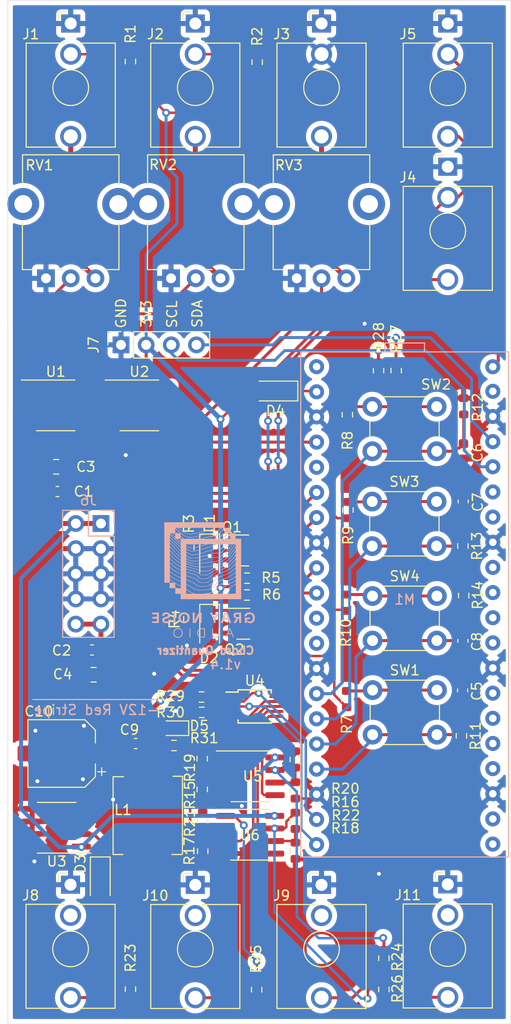
<source format=kicad_pcb>
(kicad_pcb (version 20211014) (generator pcbnew)
  (layers (0 "F.Cu" signal) (31 "B.Cu" signal) (34 "B.Paste" user) (35 "F.Paste" user) (36 "B.SilkS" user "B.Silkscreen") (37 "F.SilkS" user "F.Silkscreen") (38 "B.Mask" user) (39 "F.Mask" user) (44 "Edge.Cuts" user))
  (net 0 "")
  (net 1 "+12V")
  (net 2 "GND")
  (net 3 "-12V")
  (net 4 "+3V3")
  (net 5 "Net-(D1-Pad1)")
  (net 6 "Net-(D2-Pad1)")
  (net 7 "Net-(D3-Pad1)")
  (net 8 "Net-(D4-Pad1)")
  (net 9 "Net-(J1-PadT)")
  (net 10 "Net-(J1-PadTN)")
  (net 11 "Net-(J2-PadT)")
  (net 12 "Net-(J2-PadTN)")
  (net 13 "Net-(J3-PadT)")
  (net 14 "Net-(J4-PadT)")
  (net 15 "defaultClock")
  (net 16 "Net-(J4-PadTN)")
  (net 17 "SDA1")
  (net 18 "SCL1")
  (net 19 "Net-(J8-PadT)")
  (net 21 "Net-(J9-PadT)")
  (net 23 "Net-(J10-PadT)")
  (net 25 "Net-(J11-PadT)")
  (net 27 "SDA0")
  (net 28 "SCL0")
  (net 29 "chordClock")
  (net 30 "melodyClock")
  (net 31 "back")
  (net 32 "select")
  (net 38 "chord")
  (net 39 "octave")
  (net 40 "melody")
  (net 43 "Net-(R7-Pad2)")
  (net 44 "down")
  (net 45 "up")
  (net 46 "Net-(R8-Pad2)")
  (net 47 "Net-(R15-Pad1)")
  (net 48 "Net-(R16-Pad1)")
  (net 49 "Net-(R17-Pad1)")
  (net 50 "Net-(R18-Pad1)")
  (net 51 "Net-(R19-Pad1)")
  (net 52 "Net-(R20-Pad1)")
  (net 53 "Net-(RV1-Pad2)")
  (net 54 "Net-(RV2-Pad2)")
  (net 55 "Net-(RV3-Pad2)")
  (net 56 "Net-(R9-Pad2)")
  (net 57 "Net-(R10-Pad2)")
  (net 58 "Net-(R21-Pad1)")
  (net 65 "VOUTA")
  (net 66 "VOUTB")
  (net 67 "VOUTC")
  (net 68 "VOUTD")
  (net 69 "Net-(D5-Pad2)")
  (net 70 "Net-(R22-Pad1)")
  (net 71 "Net-(U2-Pad1)")
  (footprint "Resistor_SMD:R_0603_1608Metric" (layer "F.Cu") (at 234.04 65.34 -90)
    (fp_text reference "R27")
    (fp_text value "100K")
  )
  (footprint "Connector_Audio:Jack_3.5mm_QingPu_WQP-PJ398SM_Vertical_CircularHoles" (layer "F.Cu") (at 239.25 44.75)
    (fp_text reference "J4")
    (fp_text value "MelodyClock")
  )
  (footprint "Diode_SMD:D_SOD-123" (layer "F.Cu") (at 215.2 91.2 -90)
    (fp_text reference "D2")
    (fp_text value "1N4148")
  )
  (footprint "Connector_Audio:Jack_3.5mm_QingPu_WQP-PJ398SM_Vertical_CircularHoles" (layer "F.Cu") (at 213.75 117.27)
    (fp_text reference "J10")
    (fp_text value "chord1")
  )
  (footprint "Connector_Audio:Jack_3.5mm_QingPu_WQP-PJ398SM_Vertical_CircularHoles" (layer "F.Cu") (at 201.15 117.25)
    (fp_text reference "J8")
    (fp_text value "root")
  )
  (footprint "Resistor_SMD:R_0603_1608Metric" (layer "F.Cu") (at 214.5 113.875 -90)
    (fp_text reference "R17")
    (fp_text value "10K")
  )
  (footprint "Resistor_SMD:R_0603_1608Metric" (layer "F.Cu") (at 220 34.2 -90)
    (fp_text reference "R2")
    (fp_text value "1K")
  )
  (footprint "Package_SO:SOIC-8_3.9x4.9mm_P1.27mm" (layer "F.Cu") (at 219.325 106.305)
    (fp_text reference "U5")
    (fp_text value "LM2904")
  )
  (footprint "Capacitor_SMD:C_0603_1608Metric" (layer "F.Cu") (at 240.75 97.63 90)
    (fp_text reference "C5")
    (fp_text value "10n")
  )
  (footprint "Resistor_SMD:R_0603_1608Metric" (layer "F.Cu") (at 211.6 103.2)
    (fp_text reference "R31")
    (fp_text value "1K")
  )
  (footprint "Resistor_SMD:R_0603_1608Metric" (layer "F.Cu") (at 219.95 127.85 90)
    (fp_text reference "R25")
    (fp_text value "1K")
  )
  (footprint "Capacitor_SMD:CP_Elec_6.3x7.7" (layer "F.Cu") (at 200.25 104 180)
    (fp_text reference "C10")
    (fp_text value "220uF")
  )
  (footprint "Package_SO:SOIC-8_3.9x4.9mm_P1.27mm" (layer "F.Cu") (at 219.275 112.205)
    (fp_text reference "U6")
    (fp_text value "LM2904")
  )
  (footprint "Resistor_SMD:R_0603_1608Metric" (layer "F.Cu") (at 240.63 102.22 -90)
    (fp_text reference "R11")
    (fp_text value "100K")
  )
  (footprint "Connector_PinSocket_2.54mm:PinSocket_1x04_P2.54mm_Vertical" (layer "F.Cu") (at 206.248 62.738 90)
    (fp_text reference "J7")
    (fp_text value "oled")
  )
  (footprint "Capacitor_SMD:C_0603_1608Metric" (layer "F.Cu") (at 240.83 73.49 -90)
    (fp_text reference "C6")
    (fp_text value "10n")
  )
  (footprint "Resistor_SMD:R_0603_1608Metric" (layer "F.Cu") (at 223.85 104.6 -90)
    (fp_text reference "R20")
    (fp_text value "10K")
  )
  (footprint "Resistor_SMD:R_0603_1608Metric" (layer "F.Cu") (at 229.17 79.42 90)
    (fp_text reference "R9")
    (fp_text value "1K")
  )
  (footprint "Capacitor_SMD:C_0805_2012Metric" (layer "F.Cu") (at 199.7 75.05)
    (fp_text reference "C3")
    (fp_text value "10u")
  )
  (footprint "Capacitor_SMD:C_0603_1608Metric" (layer "F.Cu") (at 199.825 77.55)
    (fp_text reference "C1")
    (fp_text value "10n")
  )
  (footprint "Potentiometer_THT:Potentiometer_Alpha_RD901F-40-00D_Single_Vertical_CircularHoles" (layer "F.Cu") (at 211.3 56.017 90)
    (fp_text reference "RV2")
    (fp_text value "Octave")
  )
  (footprint "Resistor_SMD:R_0603_1608Metric" (layer "F.Cu") (at 214.5 110.775 -90)
    (fp_text reference "R21")
    (fp_text value "10K")
  )
  (footprint "Resistor_SMD:R_0603_1608Metric" (layer "F.Cu") (at 240.86 68.94 90)
    (fp_text reference "R12")
    (fp_text value "100K")
  )
  (footprint "Diode_SMD:D_SOD-123" (layer "F.Cu") (at 221.85 67.4 180)
    (fp_text reference "D4")
    (fp_text value "B5819W")
  )
  (footprint "Connector_Audio:Jack_3.5mm_QingPu_WQP-PJ398SM_Vertical_CircularHoles" (layer "F.Cu") (at 226.5 30.288)
    (fp_text reference "J3")
    (fp_text value "MelodyCV")
  )
  (footprint "Capacitor_SMD:C_0603_1608Metric" (layer "F.Cu") (at 207.725 103)
    (fp_text reference "C9")
    (fp_text value "100n")
  )
  (footprint "Resistor_SMD:R_0603_1608Metric" (layer "F.Cu") (at 229.04 98.51 90)
    (fp_text reference "R7")
    (fp_text value "1K")
  )
  (footprint "Resistor_SMD:R_0603_1608Metric" (layer "F.Cu") (at 232.8 127.825 90)
    (fp_text reference "R26")
    (fp_text value "1K")
  )
  (footprint "Resistor_SMD:R_0603_1608Metric" (layer "F.Cu") (at 213.1 83.2 -90)
    (fp_text reference "R3")
    (fp_text value "100K")
  )
  (footprint "Capacitor_SMD:C_0603_1608Metric" (layer "F.Cu") (at 240.78 92.625 -90)
    (fp_text reference "C8")
    (fp_text value "10n")
  )
  (footprint "Diode_SMD:D_0603_1608Metric" (layer "F.Cu") (at 211.6 101.45 180)
    (fp_text reference "D5")
    (fp_text value "LED")
  )
  (footprint "Connector_Audio:Jack_3.5mm_QingPu_WQP-PJ398SM_Vertical_CircularHoles" (layer "F.Cu") (at 201.168 30.288)
    (fp_text reference "J1")
    (fp_text value "ChordCV")
  )
  (footprint "Package_SO:SOIC-8_3.9x4.9mm_P1.27mm" (layer "F.Cu") (at 199.65 68.85)
    (fp_text reference "U1")
    (fp_text value "MCP6002-xSN")
  )
  (footprint "Resistor_SMD:R_0603_1608Metric" (layer "F.Cu") (at 218.975 86.3 180)
    (fp_text reference "R5")
    (fp_text value "10K")
  )
  (footprint "Capacitor_SMD:C_0603_1608Metric" (layer "F.Cu") (at 240.81 78.55 90)
    (fp_text reference "C7")
    (fp_text value "10n")
  )
  (footprint "Package_SO:MSOP-10_3x3mm_P0.5mm" (layer "F.Cu") (at 219.75 99.25)
    (fp_text reference "U4")
    (fp_text value "MCP4728")
  )
  (footprint "Capacitor_SMD:C_0603_1608Metric" (layer "F.Cu") (at 203.325 93.55)
    (fp_text reference "C2")
    (fp_text value "10n")
  )
  (footprint "Resistor_SMD:R_0603_1608Metric" (layer "F.Cu") (at 214.45 104.525 -90)
    (fp_text reference "R19")
    (fp_text value "10K")
  )
  (footprint "Resistor_SMD:R_0603_1608Metric" (layer "F.Cu") (at 218.975 88 180)
    (fp_text reference "R6")
    (fp_text value "10K")
  )
  (footprint "Connector_Audio:Jack_3.5mm_QingPu_WQP-PJ398SM_Vertical_CircularHoles" (layer "F.Cu") (at 239.25 30.288)
    (fp_text reference "J5")
    (fp_text value "ChordClock")
  )
  (footprint "Diode_SMD:D_SOD-123" (layer "F.Cu") (at 204.15 116.7 -90)
    (fp_text reference "D3")
    (fp_text value "B5819W")
  )
  (footprint "Potentiometer_THT:Potentiometer_Alpha_RD901F-40-00D_Single_Vertical_CircularHoles" (layer "F.Cu") (at 224 56.017 90)
    (fp_text reference "RV3")
    (fp_text value "Melody")
  )
  (footprint "Potentiometer_THT:Potentiometer_Alpha_RD901F-40-00D_Single_Vertical_CircularHoles" (layer "F.Cu") (at 198.668 56.017 90)
    (fp_text reference "RV1")
    (fp_text value "Chord")
  )
  (footprint "Diode_SMD:D_SOD-123" (layer "F.Cu") (at 215.2 84.1 -90)
    (fp_text reference "D1")
    (fp_text value "1N4148")
  )
  (footprint "SynthStuff:Inductor_SMD-CY75-68uh" (layer "F.Cu") (at 208.95 110.2 -90)
    (fp_text reference "L1")
    (fp_text value "68uh 2A")
  )
  (footprint "Button_Switch_THT:SW_PUSH_6mm_H13mm" (layer "F.Cu") (at 231.65 88.1)
    (fp_text reference "SW4")
    (fp_text value "Back")
  )
  (footprint "Resistor_SMD:R_0603_1608Metric" (layer "F.Cu") (at 223.85 113.825 -90)
    (fp_text reference "R18")
    (fp_text value "10K")
  )
  (footprint "Resistor_SMD:R_0603_1608Metric" (layer "F.Cu") (at 214.375 98.3 180)
    (fp_text reference "R29")
    (fp_text value "100K")
  )
  (footprint "Capacitor_SMD:C_0805_2012Metric" (layer "F.Cu") (at 203.475 96.05)
    (fp_text reference "C4")
    (fp_text value "10u")
  )
  (footprint "Resistor_SMD:R_0603_1608Metric" (layer "F.Cu") (at 232.26 65.345 -90)
    (fp_text reference "R28")
    (fp_text value "100K")
  )
  (footprint "Resistor_SMD:R_0603_1608Metric" (layer "F.Cu") (at 232.8 124.675 90)
    (fp_text reference "R24")
    (fp_text value "1K")
  )
  (footprint "Resistor_SMD:R_0603_1608Metric" (layer "F.Cu") (at 213.1 90.4 -90)
    (fp_text reference "R4")
    (fp_text value "100K")
  )
  (footprint "Package_SO:SOIC-8_3.9x4.9mm_P1.27mm" (layer "F.Cu") (at 199.75 111.5 180)
    (fp_text reference "U3")
    (fp_text value "XL1509")
  )
  (footprint "Resistor_SMD:R_0603_1608Metric" (layer "F.Cu") (at 223.85 110.8 -90)
    (fp_text reference "R22")
    (fp_text value "10K")
  )
  (footprint "Package_TO_SOT_SMD:SOT-23" (layer "F.Cu") (at 218.5 83.5)
    (fp_text reference "Q1")
    (fp_text value "MMBT3904")
  )
  (footprint "Resistor_SMD:R_0603_1608Metric" (layer "F.Cu") (at 229.11 69.8 90)
    (fp_text reference "R8")
    (fp_text value "1K")
  )
  (footprint "Resistor_SMD:R_0603_1608Metric" (layer "F.Cu") (at 228.94 88.775 90)
    (fp_text reference "R10")
    (fp_text value "1K")
  )
  (footprint "Resistor_SMD:R_0603_1608Metric" (layer "F.Cu") (at 240.86 88.055 90)
    (fp_text reference "R14")
    (fp_text value "100K")
  )
  (footprint "Button_Switch_THT:SW_PUSH_6mm_H13mm" (layer "F.Cu") (at 231.66 97.6)
    (fp_text reference "SW1")
    (fp_text value "Down")
  )
  (footprint "Connector_Audio:Jack_3.5mm_QingPu_WQP-PJ398SM_Vertical_CircularHoles" (layer "F.Cu") (at 213.75 30.288)
    (fp_text reference "J2")
    (fp_text value "OctaveCV")
  )
  (footprint "Resistor_SMD:R_0603_1608Metric" (layer "F.Cu") (at 214.4 99.85 180)
    (fp_text reference "R30")
    (fp_text value "100K")
  )
  (footprint "Resistor_SMD:R_0603_1608Metric" (layer "F.Cu") (at 240.78 83.055 -90)
    (fp_text reference "R13")
    (fp_text value "100K")
  )
  (footprint "Button_Switch_THT:SW_PUSH_6mm_H13mm" (layer "F.Cu") (at 231.62 78.56)
    (fp_text reference "SW3")
    (fp_text value "Select")
  )
  (footprint "Resistor_SMD:R_0603_1608Metric" (layer "F.Cu") (at 223.85 107.725 -90)
    (fp_text reference "R16")
    (fp_text value "10K")
  )
  (footprint "Package_TO_SOT_SMD:SOT-23" (layer "F.Cu") (at 218.6 90.9)
    (fp_text reference "Q2")
    (fp_text value "MMBT3904")
  )
  (footprint "Resistor_SMD:R_0603_1608Metric" (layer "F.Cu") (at 207.2 127.8 90)
    (fp_text reference "R23")
    (fp_text value "1K")
  )
  (footprint "Resistor_SMD:R_0603_1608Metric" (layer "F.Cu") (at 207.2 34.125 -90)
    (fp_text reference "R1")
    (fp_text value "1K")
  )
  (footprint "Button_Switch_THT:SW_PUSH_6mm_H13mm" (layer "F.Cu") (at 231.63 68.98)
    (fp_text reference "SW2")
    (fp_text value "Up")
  )
  (footprint "Resistor_SMD:R_0603_1608Metric" (layer "F.Cu") (at 214.45 107.625 -90)
    (fp_text reference "R15")
    (fp_text value "10K")
  )
  (footprint "Connector_Audio:Jack_3.5mm_QingPu_WQP-PJ398SM_Vertical_CircularHoles" (layer "F.Cu") (at 226.5 117.27)
    (fp_text reference "J9")
    (fp_text value "chord2")
  )
  (footprint "Connector_Audio:Jack_3.5mm_QingPu_WQP-PJ398SM_Vertical_CircularHoles" (layer "F.Cu") (at 239.25 117.22)
    (fp_text reference "J11")
    (fp_text value "melody")
  )
  (footprint "Package_SO:SOIC-8_3.9x4.9mm_P1.27mm" (layer "F.Cu") (at 208.1 68.85)
    (fp_text reference "U2")
    (fp_text value "MCP6002-xSN")
  )
  (footprint "SynthStuff:GrayNoise15mm" (layer "B.Cu") (at 214.5 86.6 180)
    (fp_text reference "G***")
    (fp_text value "LOGO" hide)
  )
  (footprint "Connector_PinHeader_2.54mm:PinHeader_2x05_P2.54mm_Vertical" (layer "B.Cu") (at 204.221 80.777 180)
    (fp_text reference "J6")
    (fp_text value "Conn_02x05_Odd_Even")
  )
  (footprint "SynthStuff:Raspberry_Pi_Pico" (layer "B.Cu") (at 234.9 88.95 180)
    (fp_text reference "M1")
    (fp_text value "RaspberryPiPico")
  )
  (gr_line (start 197.35 98.55) (end 209.7 98.55) (layer "B.SilkS") (width 0.12))
  (gr_line (start 194.818 131.318) (end 245.618 131.318) (layer "Edge.Cuts") (width 0.05))
  (gr_line (start 245.618 27.94) (end 194.818 27.94) (layer "Edge.Cuts") (width 0.05))
  (gr_line (start 194.818 131.318) (end 194.818 27.94) (layer "Edge.Cuts") (width 0.05))
  (gr_line (start 245.618 131.318) (end 245.618 27.94) (layer "Edge.Cuts") (width 0.05))
  (gr_text "-12V Red Stripe" (at 203.75 99.6) (layer "B.SilkS") (effects (font (size 1 1)) (justify mirror)))
  (gr_text "v1.4" (at 216.8 95) (layer "B.SilkS") (effects (font (size 1 1)) (justify mirror)))
  (gr_text "Chord Quantizer" (at 214.8 93.6) (layer "B.SilkS") (effects (font (size 0.8 0.8) (thickness 0.2)) (justify mirror)))
  (gr_text "SDA" (at 213.95 59.6 90) (layer "F.SilkS") (effects (font (size 1 1))))
  (gr_text "SCL\n" (at 211.4 59.65 90) (layer "F.SilkS") (effects (font (size 1 1))))
  (gr_text "3V3\n" (at 208.8 59.6 90) (layer "F.SilkS") (effects (font (size 1 1))))
  (gr_text "GND\n" (at 206.25 59.55 90) (layer "F.SilkS") (effects (font (size 1 1))))
  (segment (start 199.823 80.777) (end 199.823 78.323) (width 0.5) (layer "F.Cu") (net 1))
  (segment (start 201.681 80.777) (end 199.823 80.777) (width 0.5) (layer "F.Cu") (net 1))
  (segment (start 199.05 75.35) (end 198.75 75.05) (width 0.5) (layer "F.Cu") (net 1))
  (segment (start 201.681 80.777) (end 204.221 80.777) (width 0.5) (layer "F.Cu") (net 1))
  (segment (start 199.823 78.323) (end 199.05 77.55) (width 0.5) (layer "F.Cu") (net 1))
  (segment (start 199.05 77.55) (end 199.05 75.35) (width 0.5) (layer "F.Cu") (net 1))
  (via (at 202.25 113.45) (size 0.8) (drill 0.4) (layers "F.Cu" "B.Cu") (net 1))
  (via (at 221.8 104.4) (size 0.8) (drill 0.4) (layers "F.Cu" "B.Cu") (net 1))
  (via (at 221.75 110.3) (size 0.8) (drill 0.4) (layers "F.Cu" "B.Cu") (net 1))
  (segment (start 196.15 109.6) (end 196.15 86.308) (width 0.4) (layer "B.Cu") (net 1))
  (segment (start 200 113.45) (end 196.15 109.6) (width 0.4) (layer "B.Cu") (net 1))
  (segment (start 196.15 86.308) (end 201.681 80.777) (width 0.4) (layer "B.Cu") (net 1))
  (segment (start 202.25 113.45) (end 200 113.45) (width 0.4) (layer "B.Cu") (net 1))
  (segment (start 221.8 104.4) (end 219.7 106.5) (width 0.4) (layer "B.Cu") (net 1))
  (segment (start 205.4 110.3) (end 202.25 113.45) (width 0.4) (layer "B.Cu") (net 1))
  (segment (start 221.75 110.3) (end 219.7 110.3) (width 0.4) (layer "B.Cu") (net 1))
  (segment (start 219.7 110.3) (end 205.4 110.3) (width 0.4) (layer "B.Cu") (net 1))
  (segment (start 219.7 106.5) (end 219.7 110.3) (width 0.4) (layer "B.Cu") (net 1))
  (segment (start 216.8 114.11) (end 215.09 114.11) (width 0.3) (layer "F.Cu") (net 2))
  (segment (start 223.85 108.55) (end 225.57 108.55) (width 0.25) (layer "F.Cu") (net 2))
  (segment (start 215.09 114.11) (end 214.5 114.7) (width 0.3) (layer "F.Cu") (net 2))
  (segment (start 225.57 108.55) (end 226 108.12) (width 0.25) (layer "F.Cu") (net 2))
  (segment (start 223.17 98.25) (end 226 95.42) (width 0.25) (layer "F.Cu") (net 2))
  (segment (start 221.95 98.25) (end 223.17 98.25) (width 0.25) (layer "F.Cu") (net 2))
  (via (at 197.8 106.8) (size 0.8) (drill 0.4) (layers "F.Cu" "B.Cu") (net 2))
  (via (at 232.3 116.15) (size 0.8) (drill 0.4) (layers "F.Cu" "B.Cu") (net 2))
  (via (at 209.6 95.95) (size 0.8) (drill 0.4) (layers "F.Cu" "B.Cu") (net 2))
  (via (at 206.725 73.875) (size 0.8) (drill 0.4) (layers "F.Cu" "B.Cu") (net 2))
  (via (at 202.5 101.2) (size 0.8) (drill 0.4) (layers "F.Cu" "B.Cu") (net 2))
  (via (at 197.6 101.7) (size 0.8) (drill 0.4) (layers "F.Cu" "B.Cu") (net 2))
  (via (at 218.45 109.3) (size 0.8) (drill 0.4) (layers "F.Cu" "B.Cu") (net 2))
  (via (at 197.5 114.9) (size 0.8) (drill 0.4) (layers "F.Cu" "B.Cu") (net 2))
  (via (at 230.85 60.6) (size 0.8) (drill 0.4) (layers "F.Cu" "B.Cu") (net 2))
  (via (at 205.45 108.65) (size 0.8) (drill 0.4) (layers "F.Cu" "B.Cu") (net 2))
  (via (at 212.9 93.1) (size 0.8) (drill 0.4) (layers "F.Cu" "B.Cu") (net 2))
  (via (at 202.4 106.6) (size 0.8) (drill 0.4) (layers "F.Cu" "B.Cu") (net 2))
  (via (at 215.2 84.05) (size 0.8) (drill 0.4) (layers "F.Cu" "B.Cu") (net 2))
  (via (at 211.75 99.7) (size 0.8) (drill 0.4) (layers "F.Cu" "B.Cu") (net 2))
  (segment (start 204.1 95.725) (end 204.425 96.05) (width 0.5) (layer "F.Cu") (net 3))
  (segment (start 204.1 93.55) (end 204.1 95.725) (width 0.5) (layer "F.Cu") (net 3))
  (segment (start 204.221 90.937) (end 204.221 93.429) (width 0.5) (layer "F.Cu") (net 3))
  (segment (start 201.681 90.937) (end 204.221 90.937) (width 0.5) (layer "F.Cu") (net 3))
  (segment (start 215.9 97.5) (end 213.7 97.5) (width 0.25) (layer "F.Cu") (net 4))
  (segment (start 227.79 70.02) (end 228.395 70.625) (width 0.25) (layer "F.Cu") (net 4))
  (segment (start 208.788 66.687) (end 209.046 66.945) (width 0.3) (layer "F.Cu") (net 4))
  (segment (start 213.55 98.3) (end 213.55 99.825) (width 0.25) (layer "F.Cu") (net 4))
  (segment (start 206.95 104.65) (end 208.95 106.65) (width 0.5) (layer "F.Cu") (net 4))
  (segment (start 227.79 94.16) (end 227.79 98.085) (width 0.25) (layer "F.Cu") (net 4))
  (segment (start 207.2 35.7) (end 210.8 39.3) (width 0.25) (layer "F.Cu") (net 4))
  (segment (start 205.6 106.65) (end 202.95 104) (width 0.5) (layer "F.Cu") (net 4))
  (segment (start 234.035 66.17) (end 234.04 66.165) (width 0.3) (layer "F.Cu") (net 4))
  (segment (start 220 36.5) (end 220 35.025) (width 0.25) (layer "F.Cu") (net 4))
  (segment (start 218.15 87.15) (end 218.15 88) (width 0.3) (layer "F.Cu") (net 4))
  (segment (start 218.15 86.3) (end 218.15 87.15) (width 0.3) (layer "F.Cu") (net 4))
  (segment (start 216.45 87.15) (end 216.3 87.3) (width 0.3) (layer "F.Cu") (net 4))
  (segment (start 210.6 98.3) (end 210.225 98.675) (width 0.25) (layer "F.Cu") (net 4))
  (segment (start 200.85 108.05) (end 199.75 109.15) (width 0.5) (layer "F.Cu") (net 4))
  (segment (start 213.7 97.5) (end 213.55 97.65) (width 0.25) (layer "F.Cu") (net 4))
  (segment (start 216.65 98.25) (end 215.9 97.5) (width 0.25) (layer "F.Cu") (net 4))
  (segment (start 228.085 80.245) (end 229.17 80.245) (width 0.25) (layer "F.Cu") (net 4))
  (segment (start 220.2 67.4) (end 219.15 67.4) (width 0.25) (layer "F.Cu") (net 4))
  (segment (start 217.2 39.3) (end 220 36.5) (width 0.25) (layer "F.Cu") (net 4))
  (segment (start 213.55 99.825) (end 213.575 99.85) (width 0.25) (layer "F.Cu") (net 4))
  (segment (start 213.575 102.05) (end 212.425 103.2) (width 0.25) (layer "F.Cu") (net 4))
  (segment (start 229.13 66.17) (end 232.26 66.17) (width 0.25) (layer "F.Cu") (net 4))
  (segment (start 224.79 94.16) (end 227.79 94.16) (width 0.25) (layer "F.Cu") (net 4))
  (segment (start 228.395 70.625) (end 229.11 70.625) (width 0.25) (layer "F.Cu") (net 4))
  (segment (start 204.2 108.05) (end 200.85 108.05) (width 0.5) (layer "F.Cu") (net 4))
  (segment (start 227.79 79.95) (end 227.79 89.49) (width 0.25) (layer "F.Cu") (net 4))
  (segment (start 228.83 89.49) (end 228.94 89.6) (width 0.25) (layer "F.Cu") (net 4))
  (segment (start 199.75 109.15) (end 199.75 110.3) (width 0.5) (layer "F.Cu") (net 4))
  (segment (start 217.55 98.25) (end 216.65 98.25) (width 0.25) (layer "F.Cu") (net 4))
  (segment (start 218.15 87.15) (end 216.45 87.15) (width 0.3) (layer "F.Cu") (net 4))
  (segment (start 206.95 103) (end 206.95 104.65) (width 0.5) (layer "F.Cu") (net 4))
  (segment (start 232.26 66.17) (end 234.035 66.17) (width 0.3) (layer "F.Cu") (net 4))
  (segment (start 227.79 89.49) (end 228.83 89.49) (width 0.25) (layer "F.Cu") (net 4))
  (segment (start 200.315 110.865) (end 202.225 110.865) (width 0.5) (layer "F.Cu") (net 4))
  (segment (start 219.15 67.4) (end 216.3 70.25) (width 0.25) (layer "F.Cu") (net 4))
  (segment (start 208.95 106.65) (end 205.6 106.65) (width 0.5) (layer "F.Cu") (net 4))
  (segment (start 227.79 69.75) (end 227.79 79.95) (width 0.25) (layer "F.Cu") (net 4))
  (segment (start 206.95 101.95) (end 210.225 98.675) (width 0.5) (layer "F.Cu") (net 4))
  (segment (start 210.575 66.945) (end 209.42 66.945) (width 0.3) (layer "F.Cu") (net 4))
  (segment (start 227.79 98.085) (end 229.04 99.335) (width 0.25) (layer "F.Cu") (net 4))
  (segment (start 209.046 66.945) (end 209.42 66.945) (width 0.3) (layer "F.Cu") (net 4))
  (segment (start 227.79 69.75) (end 227.79 70.02) (width 0.25) (layer "F.Cu") (net 4))
  (segment (start 203.58 66.945) (end 205.367 65.158) (width 0.3) (layer "F.Cu") (net 4))
  (segment (start 205.6 106.65) (end 204.2 108.05) (width 0.5) (layer "F.Cu") (net 4))
  (segment (start 222.375 96.575) (end 224.79 94.16) (width 0.25) (layer "F.Cu") (net 4))
  (segment (start 206.95 103) (end 206.95 101.95) (width 0.5) (layer "F.Cu") (net 4))
  (segment (start 207.2 34.95) (end 207.2 35.7) (width 0.25) (layer "F.Cu") (net 4))
  (segment (start 208.788 65.158) (end 208.788 62.738) (width 0.3) (layer "F.Cu") (net 4))
  (segment (start 216.825 96.575) (end 222.375 96.575) (width 0.25) (layer "F.Cu") (net 4))
  (segment (start 205.367 65.158) (end 208.788 65.158) (width 0.3) (layer "F.Cu") (net 4))
  (segment (start 215.9 97.5) (end 216.825 96.575) (width 0.25) (layer "F.Cu") (net 4))
  (segment (start 208.788 66.687) (end 208.788 62.738) (width 0.3) (layer "F.Cu") (net 4))
  (segment (start 213.575 99.85) (end 213.575 102.05) (width 0.25) (layer "F.Cu") (net 4))
  (segment (start 213.55 98.3) (end 210.6 98.3) (width 0.25) (layer "F.Cu") (net 4))
  (segment (start 227.79 79.95) (end 228.085 80.245) (width 0.25) (layer "F.Cu") (net 4))
  (segment (start 210.8 39.3) (end 217.2 39.3) (width 0.25) (layer "F.Cu") (net 4))
  (segment (start 213.55 97.65) (end 213.55 98.3) (width 0.25) (layer "F.Cu") (net 4))
  (segment (start 227.79 89.49) (end 227.79 94.16) (width 0.25) (layer "F.Cu") (net 4))
  (segment (start 202.125 66.945) (end 203.58 66.945) (width 0.3) (layer "F.Cu") (net 4))
  (segment (start 199.75 110.3) (end 200.315 110.865) (width 0.5) (layer "F.Cu") (net 4))
  (segment (start 227.79 69.75) (end 227.79 67.51) (width 0.25) (layer "F.Cu") (net 4))
  (segment (start 227.79 67.51) (end 229.13 66.17) (width 0.25) (layer "F.Cu") (net 4))
  (via (at 216.3 87.3) (size 0.8) (drill 0.4) (layers "F.Cu" "B.Cu") (net 4))
  (via (at 210.8 39.3) (size 0.8) (drill 0.4) (layers "F.Cu" "B.Cu") (net 4))
  (via (at 216.3 70.25) (size 0.8) (drill 0.4) (layers "F.Cu" "B.Cu") (net 4))
  (via (at 210.225 98.675) (size 0.8) (drill 0.4) (layers "F.Cu" "B.Cu") (net 4))
  (segment (start 211.9 50.5) (end 211.9 45.8) (width 0.3) (layer "B.Cu") (net 4))
  (segment (start 216.3 70.25) (end 208.788 62.738) (width 0.5) (layer "B.Cu") (net 4))
  (segment (start 216.3 92.6) (end 216.3 88.5) (width 0.5) (layer "B.Cu") (net 4))
  (segment (start 216.3 88.5) (end 216.3 70.25) (width 0.5) (layer "B.Cu") (net 4))
  (segment (start 216.3 88.5) (end 216.3 87.3) (width 0.5) (layer "B.Cu") (net 4))
  (segment (start 208.788 53.612) (end 211.9 50.5) (width 0.3) (layer "B.Cu") (net 4))
  (segment (start 211.9 45.8) (end 210.8 44.7) (width 0.3) (layer "B.Cu") (net 4))
  (segment (start 208.788 62.738) (end 208.788 53.612) (width 0.3) (layer "B.Cu") (net 4))
  (segment (start 210.8 44.7) (end 210.8 39.3) (width 0.3) (layer "B.Cu") (net 4))
  (segment (start 210.225 98.675) (end 216.3 92.6) (width 0.5) (layer "B.Cu") (net 4))
  (segment (start 217.5625 82.55) (end 215.3 82.55) (width 0.3) (layer "F.Cu") (net 5))
  (segment (start 215.2 82.45) (end 213.175 82.45) (width 0.3) (layer "F.Cu") (net 5))
  (segment (start 213.1 89.575) (end 215.175 89.575) (width 0.3) (layer "F.Cu") (net 6))
  (segment (start 217.2625 89.55) (end 217.6625 89.95) (width 0.3) (layer "F.Cu") (net 6))
  (segment (start 215.2 89.55) (end 217.2625 89.55) (width 0.3) (layer "F.Cu") (net 6))
  (segment (start 204.15 112.9) (end 204.15 115.05) (width 0.3) (layer "F.Cu") (net 7))
  (segment (start 207.65 115.05) (end 208.95 113.75) (width 0.25) (layer "F.Cu") (net 7))
  (segment (start 204.15 115.05) (end 207.65 115.05) (width 0.25) (layer "F.Cu") (net 7))
  (segment (start 204.2 112.85) (end 204.15 112.9) (width 0.3) (layer "F.Cu") (net 7))
  (segment (start 203.485 112.135) (end 204.2 112.85) (width 0.3) (layer "F.Cu") (net 7))
  (segment (start 202.225 112.135) (end 203.485 112.135) (width 0.3) (layer "F.Cu") (net 7))
  (segment (start 223.5 67.4) (end 225.92 67.4) (width 0.25) (layer "F.Cu") (net 8))
  (segment (start 201.168 53.517) (end 203.668 56.017) (width 0.5) (layer "F.Cu") (net 9))
  (segment (start 201.168 41.688) (end 201.168 53.517) (width 0.5) (layer "F.Cu") (net 9))
  (segment (start 207.112 33.388) (end 201.168 33.388) (width 0.25) (layer "F.Cu") (net 10))
  (segment (start 213.75 53.467) (end 216.3 56.017) (width 0.5) (layer "F.Cu") (net 11))
  (segment (start 213.75 41.688) (end 213.75 53.467) (width 0.5) (layer "F.Cu") (net 11))
  (segment (start 219.987 33.388) (end 213.75 33.388) (width 0.25) (layer "F.Cu") (net 12))
  (segment (start 226.5 53.517) (end 229 56.017) (width 0.5) (layer "F.Cu") (net 13))
  (segment (start 226.5 41.688) (end 226.5 53.517) (width 0.5) (layer "F.Cu") (net 13))
  (segment (start 212.08 83.005) (end 212.08 81.27) (width 0.3) (layer "F.Cu") (net 14))
  (segment (start 239.25 56.15) (end 231.657106 56.15) (width 0.3) (layer "F.Cu") (net 14))
  (segment (start 213.1 84.025) (end 212.08 83.005) (width 0.3) (layer "F.Cu") (net 14))
  (segment (start 231.657106 56.15) (end 223.903553 63.903553) (width 0.3) (layer "F.Cu") (net 14))
  (segment (start 223.903553 63.903553) (end 222.13 65.677106) (width 0.3) (layer "F.Cu") (net 14))
  (segment (start 214.82 78.53) (end 219.28 78.53) (width 0.3) (layer "F.Cu") (net 14))
  (segment (start 222.12 75.69) (end 222.12 74.43) (width 0.3) (layer "F.Cu") (net 14))
  (segment (start 219.28 78.53) (end 222.12 75.69) (width 0.3) (layer "F.Cu") (net 14))
  (segment (start 222.13 65.677106) (end 222.13 70.39) (width 0.3) (layer "F.Cu") (net 14))
  (segment (start 212.08 81.27) (end 214.82 78.53) (width 0.3) (layer "F.Cu") (net 14))
  (via (at 222.12 74.43) (size 0.8) (drill 0.4) (layers "F.Cu" "B.Cu") (net 14))
  (via (at 222.13 70.39) (size 0.8) (drill 0.4) (layers "F.Cu" "B.Cu") (net 14))
  (segment (start 222.13 74.42) (end 222.12 74.43) (width 0.3) (layer "B.Cu") (net 14))
  (segment (start 222.13 70.39) (end 222.13 74.42) (width 0.3) (layer "B.Cu") (net 14))
  (segment (start 244.348 64.412) (end 244.348 38.486) (width 0.3) (layer "F.Cu") (net 15))
  (segment (start 244.338 64.412) (end 243.8 64.95) (width 0.25) (layer "F.Cu") (net 15))
  (segment (start 244.348 64.412) (end 244.338 64.412) (width 0.25) (layer "F.Cu") (net 15))
  (segment (start 244.348 38.486) (end 239.25 33.388) (width 0.3) (layer "F.Cu") (net 15))
  (segment (start 241.3 46.8) (end 240.25 47.85) (width 0.3) (layer "F.Cu") (net 16))
  (segment (start 219.07 77.73) (end 221.11 75.69) (width 0.3) (layer "F.Cu") (net 16))
  (segment (start 241.3 42.65) (end 241.3 46.8) (width 0.3) (layer "F.Cu") (net 16))
  (segment (start 214.29 77.73) (end 219.07 77.73) (width 0.3) (layer "F.Cu") (net 16))
  (segment (start 213.1 91.225) (end 211.58 89.705) (width 0.3) (layer "F.Cu") (net 16))
  (segment (start 237.595308 49.504692) (end 239.25 47.85) (width 0.3) (layer "F.Cu") (net 16))
  (segment (start 211.58 80.44) (end 214.29 77.73) (width 0.3) (layer "F.Cu") (net 16))
  (segment (start 211.58 89.705) (end 211.58 80.44) (width 0.3) (layer "F.Cu") (net 16))
  (segment (start 237.595308 49.504692) (end 221.1 66) (width 0.3) (layer "F.Cu") (net 16))
  (segment (start 240.338 41.688) (end 241.3 42.65) (width 0.3) (layer "F.Cu") (net 16))
  (segment (start 221.1 66) (end 221.1 70.43) (width 0.3) (layer "F.Cu") (net 16))
  (segment (start 221.11 75.69) (end 221.11 74.51) (width 0.3) (layer "F.Cu") (net 16))
  (segment (start 239.25 41.688) (end 240.338 41.688) (width 0.3) (layer "F.Cu") (net 16))
  (segment (start 240.25 47.85) (end 239.25 47.85) (width 0.3) (layer "F.Cu") (net 16))
  (via (at 221.1 70.43) (size 0.8) (drill 0.4) (layers "F.Cu" "B.Cu") (net 16))
  (via (at 221.11 74.51) (size 0.8) (drill 0.4) (layers "F.Cu" "B.Cu") (net 16))
  (segment (start 221.1 74.5) (end 221.11 74.51) (width 0.3) (layer "B.Cu") (net 16))
  (segment (start 221.1 70.43) (end 221.1 74.5) (width 0.3) (layer "B.Cu") (net 16))
  (segment (start 234.02 64.495) (end 234.04 64.515) (width 0.3) (layer "F.Cu") (net 17))
  (segment (start 234.02 62) (end 234.02 64.495) (width 0.3) (layer "F.Cu") (net 17))
  (via (at 234.02 62) (size 0.8) (drill 0.4) (layers "F.Cu" "B.Cu") (net 17))
  (segment (start 213.868 62.738) (end 221.612 62.738) (width 0.3) (layer "B.Cu") (net 17))
  (segment (start 241.66 70.37) (end 243.8 72.51) (width 0.3) (layer "B.Cu") (net 17))
  (segment (start 241.66 66.18) (end 241.66 70.37) (width 0.3) (layer "B.Cu") (net 17))
  (segment (start 221.612 62.738) (end 222.35 62) (width 0.3) (layer "B.Cu") (net 17))
  (segment (start 222.35 62) (end 234.02 62) (width 0.3) (layer "B.Cu") (net 17))
  (segment (start 237.48 62) (end 241.66 66.18) (width 0.3) (layer "B.Cu") (net 17))
  (segment (start 234.02 62) (end 237.48 62) (width 0.3) (layer "B.Cu") (net 17))
  (segment (start 232.25 63.32) (end 232.25 64.51) (width 0.3) (layer "F.Cu") (net 18))
  (segment (start 232.25 64.51) (end 232.26 64.52) (width 0.3) (layer "F.Cu") (net 18))
  (via (at 232.25 63.32) (size 0.8) (drill 0.4) (layers "F.Cu" "B.Cu") (net 18))
  (segment (start 232.25 63.32) (end 237.04 63.32) (width 0.3) (layer "B.Cu") (net 18))
  (segment (start 211.328 63.578) (end 212.05 64.3) (width 0.3) (layer "B.Cu") (net 18))
  (segment (start 221.79 64.3) (end 222.77 63.32) (width 0.3) (layer "B.Cu") (net 18))
  (segment (start 211.328 62.738) (end 211.328 63.578) (width 0.3) (layer "B.Cu") (net 18))
  (segment (start 240.92 67.2) (end 240.92 73.36) (width 0.3) (layer "B.Cu") (net 18))
  (segment (start 237.04 63.32) (end 240.92 67.2) (width 0.3) (layer "B.Cu") (net 18))
  (segment (start 242.57 75.05) (end 243.8 75.05) (width 0.3) (layer "B.Cu") (net 18))
  (segment (start 240.92 73.36) (end 240.9 73.38) (width 0.3) (layer "B.Cu") (net 18))
  (segment (start 212.05 64.3) (end 221.79 64.3) (width 0.3) (layer "B.Cu") (net 18))
  (segment (start 240.9 73.38) (end 242.57 75.05) (width 0.3) (layer "B.Cu") (net 18))
  (segment (start 222.77 63.32) (end 232.25 63.32) (width 0.3) (layer "B.Cu") (net 18))
  (segment (start 201.15 128.65) (end 207.175 128.65) (width 0.3) (layer "F.Cu") (net 19))
  (segment (start 229.63 128.67) (end 226.5 128.67) (width 0.3) (layer "F.Cu") (net 21))
  (segment (start 232.8 125.5) (end 229.63 128.67) (width 0.3) (layer "F.Cu") (net 21))
  (segment (start 213.75 128.67) (end 219.945 128.67) (width 0.3) (layer "F.Cu") (net 23))
  (segment (start 232.8 128.65) (end 232.83 128.62) (width 0.3) (layer "F.Cu") (net 25))
  (segment (start 232.83 128.62) (end 239.25 128.62) (width 0.3) (layer "F.Cu") (net 25))
  (segment (start 217.55 99.25) (end 215.825 99.25) (width 0.25) (layer "F.Cu") (net 27))
  (segment (start 217.55 99.25) (end 219.2 99.25) (width 0.25) (layer "F.Cu") (net 27))
  (segment (start 215.825 99.25) (end 215.225 99.85) (width 0.25) (layer "F.Cu") (net 27))
  (via (at 219.2 99.25) (size 0.8) (drill 0.4) (layers "F.Cu" "B.Cu") (net 27))
  (segment (start 220.775 99.275) (end 220.75 99.25) (width 0.25) (layer "B.Cu") (net 27))
  (segment (start 224.45 102.95) (end 220.775 99.275) (width 0.25) (layer "B.Cu") (net 27))
  (segment (start 224.45 103.3) (end 224.45 102.95) (width 0.25) (layer "B.Cu") (net 27))
  (segment (start 220.75 99.25) (end 219.2 99.25) (width 0.25) (layer "B.Cu") (net 27))
  (segment (start 224.45 111.65) (end 224.45 103.3) (width 0.25) (layer "B.Cu") (net 27))
  (segment (start 226 113.2) (end 224.45 111.65) (width 0.25) (layer "B.Cu") (net 27))
  (segment (start 218.65 98.75) (end 219.5 97.9) (width 0.25) (layer "F.Cu") (net 28))
  (segment (start 217.55 98.75) (end 218.65 98.75) (width 0.25) (layer "F.Cu") (net 28))
  (segment (start 215.2 98.3) (end 215.65 98.75) (width 0.25) (layer "F.Cu") (net 28))
  (segment (start 219.5 97.9) (end 220.15 97.9) (width 0.25) (layer "F.Cu") (net 28))
  (segment (start 215.65 98.75) (end 217.55 98.75) (width 0.25) (layer "F.Cu") (net 28))
  (via (at 220.15 97.9) (size 0.8) (drill 0.4) (layers "F.Cu" "B.Cu") (net 28))
  (segment (start 226 110.66) (end 224.913 109.573) (width 0.25) (layer "B.Cu") (net 28))
  (segment (start 224.913 109.573) (end 224.913 102.663) (width 0.25) (layer "B.Cu") (net 28))
  (segment (start 224.913 102.663) (end 220.15 97.9) (width 0.25) (layer "B.Cu") (net 28))
  (segment (start 223.52 82.66) (end 223.52 85.6) (width 0.3) (layer "F.Cu") (net 29))
  (segment (start 219.5375 90.9) (end 219.5375 88.2625) (width 0.3) (layer "F.Cu") (net 29))
  (segment (start 221.12 88) (end 219.8 88) (width 0.3) (layer "F.Cu") (net 29))
  (segment (start 219.5375 88.2625) (end 219.8 88) (width 0.3) (layer "F.Cu") (net 29))
  (segment (start 223.52 85.6) (end 221.12 88) (width 0.3) (layer "F.Cu") (net 29))
  (segment (start 226 80.18) (end 223.52 82.66) (width 0.3) (layer "F.Cu") (net 29))
  (segment (start 219.4375 83.5) (end 220.64 83.5) (width 0.3) (layer "F.Cu") (net 30))
  (segment (start 220.64 83.5) (end 223.97 80.17) (width 0.3) (layer "F.Cu") (net 30))
  (segment (start 220.39 86.3) (end 219.8 86.3) (width 0.3) (layer "F.Cu") (net 30))
  (segment (start 221.06 85.63) (end 220.39 86.3) (width 0.3) (layer "F.Cu") (net 30))
  (segment (start 223.97 79.67) (end 226 77.64) (width 0.3) (layer "F.Cu") (net 30))
  (segment (start 221.06 83.92) (end 221.06 85.63) (width 0.3) (layer "F.Cu") (net 30))
  (segment (start 223.97 80.17) (end 223.97 79.67) (width 0.3) (layer "F.Cu") (net 30))
  (segment (start 220.64 83.5) (end 221.06 83.92) (width 0.3) (layer "F.Cu") (net 30))
  (segment (start 240.03 92.6) (end 240.78 91.85) (width 0.3) (layer "F.Cu") (net 31))
  (segment (start 238.15 92.6) (end 231.65 92.6) (width 0.3) (layer "F.Cu") (net 31))
  (segment (start 238.15 92.6) (end 240.03 92.6) (width 0.3) (layer "F.Cu") (net 31))
  (segment (start 240.78 91.85) (end 240.78 88.96) (width 0.3) (layer "F.Cu") (net 31))
  (segment (start 240.78 88.96) (end 240.86 88.88) (width 0.3) (layer "F.Cu") (net 31))
  (segment (start 227.89 103.06) (end 227.87 103.04) (width 0.3) (layer "B.Cu") (net 31))
  (segment (start 229.98 100.97) (end 227.89 103.06) (width 0.3) (layer "B.Cu") (net 31))
  (segment (start 229.98 94.27) (end 229.98 100.97) (width 0.3) (layer "B.Cu") (net 31))
  (segment (start 231.65 92.6) (end 229.98 94.27) (width 0.3) (layer "B.Cu") (net 31))
  (segment (start 227.87 103.04) (end 226 103.04) (width 0.3) (layer "B.Cu") (net 31))
  (segment (start 240.78 82.23) (end 239.95 83.06) (width 0.3) (layer "F.Cu") (net 32))
  (segment (start 240.81 82.2) (end 240.78 82.23) (width 0.3) (layer "F.Cu") (net 32))
  (segment (start 239.95 83.06) (end 238.12 83.06) (width 0.3) (layer "F.Cu") (net 32))
  (segment (start 231.62 83.06) (end 238.12 83.06) (width 0.3) (layer "F.Cu") (net 32))
  (segment (start 240.81 79.325) (end 240.81 82.2) (width 0.3) (layer "F.Cu") (net 32))
  (segment (start 231.62 83.06) (end 229.35 85.33) (width 0.3) (layer "B.Cu") (net 32))
  (segment (start 227.95 100.5) (end 226 100.5) (width 0.3) (layer "B.Cu") (net 32))
  (segment (start 229.35 99.1) (end 227.95 100.5) (width 0.3) (layer "B.Cu") (net 32))
  (segment (start 229.35 85.33) (end 229.35 99.1) (width 0.3) (layer "B.Cu") (net 32))
  (segment (start 212.4 96.1) (end 208.8 92.5) (width 0.3) (layer "F.Cu") (net 38))
  (segment (start 198.65 70.090396) (end 198.65 67.925) (width 0.3) (layer "F.Cu") (net 38))
  (segment (start 223 89.2) (end 223 92.6) (width 0.3) (layer "F.Cu") (net 38))
  (segment (start 224.4 87.8) (end 223 89.2) (width 0.3) (layer "F.Cu") (net 38))
  (segment (start 198.47 66.945) (end 198.65 67.125) (width 0.3) (layer "F.Cu") (net 38))
  (segment (start 198.65 67.125) (end 198.65 67.925) (width 0.3) (layer "F.Cu") (net 38))
  (segment (start 208.8 92.5) (end 208.8 80.240396) (width 0.3) (layer "F.Cu") (net 38))
  (segment (start 219.5 96.1) (end 212.4 96.1) (width 0.3) (layer "F.Cu") (net 38))
  (segment (start 198.36 68.215) (end 197.175 68.215) (width 0.3) (layer "F.Cu") (net 38))
  (segment (start 198.65 67.925) (end 198.36 68.215) (width 0.3) (layer "F.Cu") (net 38))
  (segment (start 197.175 66.945) (end 198.47 66.945) (width 0.3) (layer "F.Cu") (net 38))
  (segment (start 223 92.6) (end 219.5 96.1) (width 0.3) (layer "F.Cu") (net 38))
  (segment (start 226 87.8) (end 224.4 87.8) (width 0.3) (layer "F.Cu") (net 38))
  (segment (start 208.8 80.240396) (end 198.65 70.090396) (width 0.3) (layer "F.Cu") (net 38))
  (segment (start 200.4 68.35) (end 200.535 68.215) (width 0.3) (layer "F.Cu") (net 39))
  (segment (start 219.292894 95.6) (end 212.7 95.6) (width 0.3) (layer "F.Cu") (net 39))
  (segment (start 200.585 69.485) (end 200.4 69.3) (width 0.3) (layer "F.Cu") (net 39))
  (segment (start 222.5 89.2) (end 222.5 89) (width 0.3) (layer "F.Cu") (net 39))
  (segment (start 203.825 74.425) (end 203.825 70.35) (width 0.3) (layer "F.Cu") (net 39))
  (segment (start 200.535 68.215) (end 202.125 68.215) (width 0.3) (layer "F.Cu") (net 39))
  (segment (start 203.825 70.35) (end 203.1 69.625) (width 0.3) (layer "F.Cu") (net 39))
  (segment (start 222.5 89.2) (end 222.5 88.76) (width 0.3) (layer "F.Cu") (net 39))
  (segment (start 222.5 89) (end 222.5 88.76) (width 0.25) (layer "F.Cu") (net 39))
  (segment (start 209.4 80) (end 203.825 74.425) (width 0.3) (layer "F.Cu") (net 39))
  (segment (start 222.5 92.392894) (end 219.292894 95.6) (width 0.3) (layer "F.Cu") (net 39))
  (segment (start 200.4 69.3) (end 200.4 68.35) (width 0.3) (layer "F.Cu") (net 39))
  (segment (start 212.7 95.6) (end 209.4 92.3) (width 0.3) (layer "F.Cu") (net 39))
  (segment (start 222.5 88.76) (end 226 85.26) (width 0.3) (layer "F.Cu") (net 39))
  (segment (start 209.4 92.3) (end 209.4 80) (width 0.3) (layer "F.Cu") (net 39))
  (segment (start 222.5 89.2) (end 222.5 92.392894) (width 0.3) (layer "F.Cu") (net 39))
  (segment (start 202.125 69.485) (end 200.585 69.485) (width 0.3) (layer "F.Cu") (net 39))
  (segment (start 208.68 71.89) (end 209.35 72.56) (width 0.3) (layer "F.Cu") (net 40))
  (segment (start 210.575 69.485) (end 209.415 69.485) (width 0.3) (layer "F.Cu") (net 40))
  (segment (start 209.35 72.56) (end 226 72.56) (width 0.3) (layer "F.Cu") (net 40))
  (segment (start 210.59 69.5) (end 210.575 69.485) (width 0.3) (layer "F.Cu") (net 40))
  (segment (start 211.625 69.5) (end 210.59 69.5) (width 0.3) (layer "F.Cu") (net 40))
  (segment (start 211.925 69.2) (end 211.625 69.5) (width 0.3) (layer "F.Cu") (net 40))
  (segment (start 208.68 70.22) (end 208.68 71.89) (width 0.3) (layer "F.Cu") (net 40))
  (segment (start 210.575 68.215) (end 211.39 68.215) (width 0.3) (layer "F.Cu") (net 40))
  (segment (start 211.39 68.215) (end 211.925 68.75) (width 0.3) (layer "F.Cu") (net 40))
  (segment (start 209.415 69.485) (end 208.68 70.22) (width 0.3) (layer "F.Cu") (net 40))
  (segment (start 211.925 68.75) (end 211.925 69.2) (width 0.3) (layer "F.Cu") (net 40))
  (segment (start 231.575 97.685) (end 231.66 97.6) (width 0.3) (layer "F.Cu") (net 43))
  (segment (start 231.66 97.6) (end 238.16 97.6) (width 0.3) (layer "F.Cu") (net 43))
  (segment (start 229.04 97.685) (end 231.575 97.685) (width 0.3) (layer "F.Cu") (net 43))
  (segment (start 231.655 97.685) (end 231.66 97.68) (width 0.3) (layer "F.Cu") (net 43))
  (segment (start 240.1625 101.8625) (end 240.63 101.395) (width 0.3) (layer "F.Cu") (net 44))
  (segment (start 239.925 102.1) (end 240.1625 101.8625) (width 0.3) (layer "F.Cu") (net 44))
  (segment (start 240.75 101.275) (end 240.63 101.395) (width 0.3) (layer "F.Cu") (net 44))
  (segment (start 238.16 102.1) (end 239.925 102.1) (width 0.3) (layer "F.Cu") (net 44))
  (segment (start 231.66 102.1) (end 238.16 102.1) (width 0.3) (layer "F.Cu") (net 44))
  (segment (start 240.75 98.405) (end 240.75 101.275) (width 0.3) (layer "F.Cu") (net 44))
  (segment (start 231.66 102.54) (end 231.66 102.1) (width 0.3) (layer "B.Cu") (net 44))
  (segment (start 228.62 105.58) (end 231.66 102.54) (width 0.3) (layer "B.Cu") (net 44))
  (segment (start 226 105.58) (end 228.62 105.58) (width 0.3) (layer "B.Cu") (net 44))
  (segment (start 240.86 69.765) (end 240.86 72.685) (width 0.3) (layer "F.Cu") (net 45))
  (segment (start 240.86 72.685) (end 240.83 72.715) (width 0.3) (layer "F.Cu") (net 45))
  (segment (start 240.83 72.715) (end 240.065 73.48) (width 0.3) (layer "F.Cu") (net 45))
  (segment (start 240.065 73.48) (end 238.13 73.48) (width 0.3) (layer "F.Cu") (net 45))
  (segment (start 231.63 73.48) (end 238.13 73.48) (width 0.3) (layer "F.Cu") (net 45))
  (segment (start 227.47 97.96) (end 226 97.96) (width 0.3) (layer "B.Cu") (net 45))
  (segment (start 228.6 96.83) (end 227.47 97.96) (width 0.3) (layer "B.Cu") (net 45))
  (segment (start 231.63 73.48) (end 228.6 76.51) (width 0.3) (layer "B.Cu") (net 45))
  (segment (start 228.6 76.51) (end 228.6 96.83) (width 0.3) (layer "B.Cu") (net 45))
  (segment (start 231.63 68.98) (end 238.13 68.98) (width 0.3) (layer "F.Cu") (net 46))
  (segment (start 229.11 68.975) (end 231.625 68.975) (width 0.3) (layer "F.Cu") (net 46))
  (segment (start 231.625 68.975) (end 231.63 68.98) (width 0.3) (layer "F.Cu") (net 46))
  (segment (start 214.77 105.67) (end 214.45 105.35) (width 0.25) (layer "F.Cu") (net 47))
  (segment (start 214.45 106.8) (end 214.45 105.35) (width 0.25) (layer "F.Cu") (net 47))
  (segment (start 216.85 105.67) (end 214.77 105.67) (width 0.25) (layer "F.Cu") (net 47))
  (segment (start 223.85 106.9) (end 223.85 105.425) (width 0.25) (layer "F.Cu") (net 48))
  (segment (start 221.8 106.94) (end 223.81 106.94) (width 0.25) (layer "F.Cu") (net 48))
  (segment (start 223.81 106.94) (end 223.85 106.9) (width 0.25) (layer "F.Cu") (net 48))
  (segment (start 216.8 111.57) (end 214.53 111.57) (width 0.25) (layer "F.Cu") (net 49))
  (segment (start 214.5 111.6) (end 214.5 113.05) (width 0.25) (layer "F.Cu") (net 49))
  (segment (start 214.53 111.57) (end 214.5 111.6) (width 0.25) (layer "F.Cu") (net 49))
  (segment (start 223.69 112.84) (end 223.85 113) (width 0.25) (layer "F.Cu") (net 50))
  (segment (start 223.85 111.625) (end 223.85 113) (width 0.25) (layer "F.Cu") (net 50))
  (segment (start 221.75 112.84) (end 223.69 112.84) (width 0.25) (layer "F.Cu") (net 50))
  (segment (start 216.85 104.4) (end 215.15 104.4) (width 0.25) (layer "F.Cu") (net 51))
  (segment (start 215.15 104.4) (end 214.45 103.7) (width 0.25) (layer "F.Cu") (net 51))
  (segment (start 213.225 114.875) (end 213.225 104.925) (width 0.25) (layer "F.Cu") (net 51))
  (segment (start 213.225 104.925) (end 214.45 103.7) (width 0.25) (layer "F.Cu") (net 51))
  (segment (start 208.85 116.9) (end 211.2 116.9) (width 0.25) (layer "F.Cu") (net 51))
  (segment (start 211.2 116.9) (end 213.225 114.875) (width 0.25) (layer "F.Cu") (net 51))
  (segment (start 207.2 126.975) (end 207.2 118.55) (width 0.25) (layer "F.Cu") (net 51))
  (segment (start 207.2 118.55) (end 208.85 116.9) (width 0.25) (layer "F.Cu") (net 51))
  (segment (start 222.33 105.67) (end 223.85 104.15) (width 0.25) (layer "F.Cu") (net 52))
  (segment (start 223.85 104.15) (end 223.85 103.775) (width 0.25) (layer "F.Cu") (net 52))
  (segment (start 232.8 123.85) (end 232.8 122.7) (width 0.3) (layer "F.Cu") (net 52))
  (segment (start 221.8 105.67) (end 222.33 105.67) (width 0.25) (layer "F.Cu") (net 52))
  (segment (start 232.8 122.7) (end 232.725 122.625) (width 0.3) (layer "F.Cu") (net 52))
  (via (at 232.725 122.625) (size 0.8) (drill 0.4) (layers "F.Cu" "B.Cu") (net 52))
  (via (at 221.8 105.67) (size 0.8) (drill 0.4) (layers "F.Cu" "B.Cu") (net 52))
  (segment (start 224 120.45) (end 226.2 122.65) (width 0.25) (layer "B.Cu") (net 52))
  (segment (start 224 107.87) (end 224 120.45) (width 0.25) (layer "B.Cu") (net 52))
  (segment (start 226.2 122.65) (end 232.7 122.65) (width 0.25) (layer "B.Cu") (net 52))
  (segment (start 221.8 105.67) (end 224 107.87) (width 0.25) (layer "B.Cu") (net 52))
  (segment (start 201.168 56.017) (end 195.675 61.51) (width 0.3) (layer "F.Cu") (net 53))
  (segment (start 195.675 69) (end 196.2 69.525) (width 0.3) (layer "F.Cu") (net 53))
  (segment (start 195.675 61.51) (end 195.675 69) (width 0.3) (layer "F.Cu") (net 53))
  (segment (start 199.8 69.625) (end 199.8 65.8) (width 0.3) (layer "F.Cu") (net 54))
  (segment (start 206 59.6) (end 210.217 59.6) (width 0.3) (layer "F.Cu") (net 54))
  (segment (start 199.8 65.8) (end 206 59.6) (width 0.3) (layer "F.Cu") (net 54))
  (segment (start 202.125 70.755) (end 200.93 70.755) (width 0.3) (layer "F.Cu") (net 54))
  (segment (start 200.93 70.755) (end 199.8 69.625) (width 0.3) (layer "F.Cu") (net 54))
  (segment (start 210.217 59.6) (end 213.8 56.017) (width 0.3) (layer "F.Cu") (net 54))
  (segment (start 226.5 56.017) (end 226.5 58.2) (width 0.3) (layer "F.Cu") (net 55))
  (segment (start 226.5 58.2) (end 213.945 70.755) (width 0.3) (layer "F.Cu") (net 55))
  (segment (start 213.945 70.755) (end 210.575 70.755) (width 0.3) (layer "F.Cu") (net 55))
  (segment (start 229.17 78.595) (end 231.585 78.595) (width 0.3) (layer "F.Cu") (net 56))
  (segment (start 231.62 78.56) (end 238.12 78.56) (width 0.3) (layer "F.Cu") (net 56))
  (segment (start 231.585 78.595) (end 231.62 78.56) (width 0.3) (layer "F.Cu") (net 56))
  (segment (start 238.15 88.1) (end 231.65 88.1) (width 0.3) (layer "F.Cu") (net 57))
  (segment (start 228.94 87.95) (end 231.5 87.95) (width 0.3) (layer "F.Cu") (net 57))
  (segment (start 231.5 87.95) (end 231.65 88.1) (width 0.3) (layer "F.Cu") (net 57))
  (segment (start 214.85 110.3) (end 214.5 109.95) (width 0.25) (layer "F.Cu") (net 58))
  (segment (start 216.8 110.3) (end 214.85 110.3) (width 0.25) (layer "F.Cu") (net 58))
  (segment (start 216.8 110.3) (end 217.7 110.3) (width 0.25) (layer "F.Cu") (net 58))
  (segment (start 217.7 110.3) (end 218.65 111.25) (width 0.25) (layer "F.Cu") (net 58))
  (segment (start 219.95 125) (end 219.95 127.025) (width 0.25) (layer "F.Cu") (net 58))
  (via (at 219.95 125) (size 0.8) (drill 0.4) (layers "F.Cu" "B.Cu") (net 58))
  (via (at 218.65 111.25) (size 0.8) (drill 0.4) (layers "F.Cu" "B.Cu") (net 58))
  (segment (start 218.65 123.7) (end 219.95 125) (width 0.25) (layer "B.Cu") (net 58))
  (segment (start 218.65 111.25) (end 218.65 123.7) (width 0.25) (layer "B.Cu") (net 58))
  (segment (start 221.2 100.25) (end 220.5 100.95) (width 0.25) (layer "F.Cu") (net 65))
  (segment (start 220.71 108.21) (end 221.8 108.21) (width 0.25) (layer "F.Cu") (net 65))
  (segment (start 220.5 108) (end 220.71 108.21) (width 0.25) (layer "F.Cu") (net 65))
  (segment (start 220.5 100.95) (end 220.5 108) (width 0.25) (layer "F.Cu") (net 65))
  (segment (start 221.95 100.25) (end 221.2 100.25) (width 0.25) (layer "F.Cu") (net 65))
  (segment (start 221 99.75) (end 220.05 100.7) (width 0.25) (layer "F.Cu") (net 66))
  (segment (start 220.05 113.65) (end 220.51 114.11) (width 0.25) (layer "F.Cu") (net 66))
  (segment (start 220.51 114.11) (end 221.75 114.11) (width 0.25) (layer "F.Cu") (net 66))
  (segment (start 220.05 100.7) (end 220.05 113.65) (width 0.25) (layer "F.Cu") (net 66))
  (segment (start 221.95 99.75) (end 221 99.75) (width 0.25) (layer "F.Cu") (net 66))
  (segment (start 218.31 112.84) (end 216.8 112.84) (width 0.25) (layer "F.Cu") (net 67))
  (segment (start 219.6 111.55) (end 218.31 112.84) (width 0.25) (layer "F.Cu") (net 67))
  (segment (start 220.863604 99.25) (end 219.6 100.513604) (width 0.25) (layer "F.Cu") (net 67))
  (segment (start 221.95 99.25) (end 220.863604 99.25) (width 0.25) (layer "F.Cu") (net 67))
  (segment (start 219.6 100.513604) (end 219.6 111.55) (width 0.25) (layer "F.Cu") (net 67))
  (segment (start 219.15 106.5) (end 218.71 106.94) (width 0.25) (layer "F.Cu") (net 68))
  (segment (start 218.71 106.94) (end 216.85 106.94) (width 0.25) (layer "F.Cu") (net 68))
  (segment (start 219.15 100.327208) (end 219.15 106.5) (width 0.25) (layer "F.Cu") (net 68))
  (segment (start 220.727208 98.75) (end 219.15 100.327208) (width 0.25) (layer "F.Cu") (net 68))
  (segment (start 221.95 98.75) (end 220.727208 98.75) (width 0.25) (layer "F.Cu") (net 68))
  (segment (start 210.8125 101.45) (end 210.8125 103.1625) (width 0.3) (layer "F.Cu") (net 69))
  (segment (start 222.95 110.875) (end 223.85 109.975) (width 0.25) (layer "F.Cu") (net 70))
  (segment (start 222.78 111.57) (end 222.95 111.4) (width 0.25) (layer "F.Cu") (net 70))
  (segment (start 231.15 128) (end 231.15 128.75) (width 0.3) (layer "F.Cu") (net 70))
  (segment (start 232.8 127) (end 232.15 127) (width 0.3) (layer "F.Cu") (net 70))
  (segment (start 232.15 127) (end 231.15 128) (width 0.3) (layer "F.Cu") (net 70))
  (segment (start 222.95 111.4) (end 222.95 110.875) (width 0.25) (layer "F.Cu") (net 70))
  (segment (start 221.75 111.57) (end 222.78 111.57) (width 0.25) (layer "F.Cu") (net 70))
  (via (at 231.15 128.75) (size 0.8) (drill 0.4) (layers "F.Cu" "B.Cu") (net 70))
  (via (at 221.75 111.57) (size 0.8) (drill 0.4) (layers "F.Cu" "B.Cu") (net 70))
  (segment (start 221.75 120) (end 230.5 128.75) (width 0.25) (layer "B.Cu") (net 70))
  (segment (start 221.75 111.57) (end 221.75 120) (width 0.25) (layer "B.Cu") (net 70))
  (segment (start 230.5 128.75) (end 231.15 128.75) (width 0.25) (layer "B.Cu") (net 70))
  (segment (start 207.02 66.945) (end 207.3 67.225) (width 0.3) (layer "F.Cu") (net 71))
  (segment (start 207.3 67.225) (end 207.3 67.825) (width 0.3) (layer "F.Cu") (net 71))
  (segment (start 206.91 68.215) (end 205.625 68.215) (width 0.3) (layer "F.Cu") (net 71))
  (segment (start 207.3 67.825) (end 206.91 68.215) (width 0.3) (layer "F.Cu") (net 71))
  (segment (start 205.625 66.945) (end 207.02 66.945) (width 0.3) (layer "F.Cu") (net 71))
  (zone (net 2) (net_name "GND") (layer "F.Cu") (connect_pads (clearance 0.508)) (min_thickness 0.254) (fill yes (thermal_gap 0.508) (thermal_bridge_width 0.508))
    (polygon (pts (xy 245.364 131.064) (xy 195.072 131.064) (xy 195.072 28.194) (xy 245.364 28.194)))
  )
  (zone (net 2) (net_name "GND") (layer "B.Cu") (connect_pads (clearance 0.508)) (min_thickness 0.254) (fill yes (thermal_gap 0.508) (thermal_bridge_width 0.508))
    (polygon (pts (xy 245.364 131.064) (xy 195.072 131.064) (xy 195.072 28.194) (xy 245.364 28.194)))
  )
)
</source>
